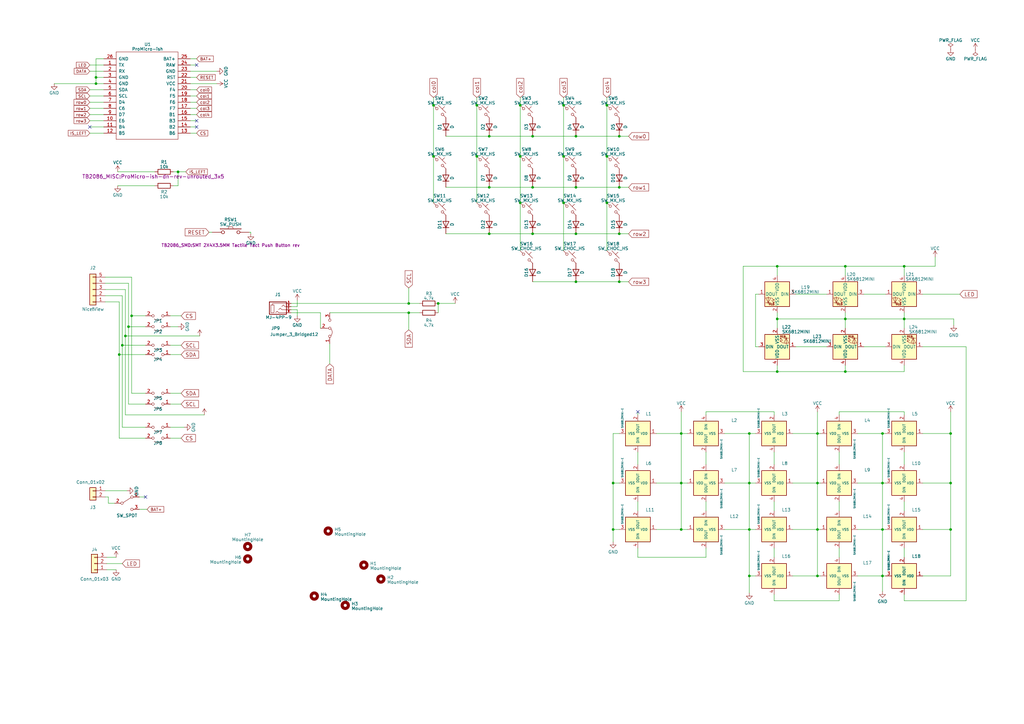
<source format=kicad_sch>
(kicad_sch (version 20230121) (generator eeschema)
  (paper "A3")
  (title_block (title "uniCorne Cherry") (date "2023-07-20") (rev "0.9") (company "Thunderbird2086"))
  (junction (at 218.44 55.88))
  (junction (at 236.22 76.835))
  (junction (at 50.165 141.605))
  (junction (at 361.95 236.22))
  (junction (at 248.92 83.185))
  (junction (at 177.8 64.135))
  (junction (at 361.95 177.8))
  (junction (at 167.64 124.46))
  (junction (at 251.46 198.12))
  (junction (at 236.22 115.57))
  (junction (at 318.77 152.4))
  (junction (at 195.58 43.18))
  (junction (at 389.89 217.17))
  (junction (at 389.89 198.12))
  (junction (at 370.84 130.81))
  (junction (at 200.66 76.835))
  (junction (at 318.77 109.22))
  (junction (at 389.89 177.8))
  (junction (at 251.46 217.17))
  (junction (at 236.22 95.885))
  (junction (at 213.36 83.185))
  (junction (at 335.28 198.12))
  (junction (at 335.28 217.17))
  (junction (at 48.895 145.415))
  (junction (at 318.77 130.81))
  (junction (at 307.34 177.8))
  (junction (at 213.36 64.135))
  (junction (at 195.58 64.135))
  (junction (at 218.44 76.835))
  (junction (at 177.8 43.18))
  (junction (at 200.66 95.885))
  (junction (at 200.66 55.88))
  (junction (at 361.95 217.17))
  (junction (at 179.705 124.46))
  (junction (at 167.64 128.27))
  (junction (at 307.34 198.12))
  (junction (at 370.84 109.22))
  (junction (at 307.34 236.22))
  (junction (at 231.14 64.135))
  (junction (at 236.22 55.88))
  (junction (at 51.435 137.795))
  (junction (at 346.71 152.4))
  (junction (at 52.705 133.985))
  (junction (at 254 76.835))
  (junction (at 279.4 198.12))
  (junction (at 231.14 43.18))
  (junction (at 231.14 83.185))
  (junction (at 335.28 177.8))
  (junction (at 346.71 109.22))
  (junction (at 213.36 43.18))
  (junction (at 361.95 198.12))
  (junction (at 39.37 31.75))
  (junction (at 53.975 129.54))
  (junction (at 73.025 70.485))
  (junction (at 346.71 130.81))
  (junction (at 248.92 43.18))
  (junction (at 254 115.57))
  (junction (at 307.34 217.17))
  (junction (at 254 55.88))
  (junction (at 335.28 236.22))
  (junction (at 254 95.885))
  (junction (at 218.44 95.885))
  (junction (at 279.4 177.8))
  (junction (at 39.37 34.29))
  (junction (at 248.92 64.135))
  (junction (at 279.4 217.17))
  (no_connect (at 36.83 52.07))
  (no_connect (at 80.645 26.67))
  (no_connect (at 261.62 168.91))
  (no_connect (at 59.69 203.835))
  (no_connect (at 80.645 49.53))
  (no_connect (at 80.645 52.07))
  (wire (pts (xy 36.83 54.61) (xy 42.545 54.61)))
  (wire (pts (xy 200.66 55.88) (xy 218.44 55.88)))
  (wire (pts (xy 167.64 128.27) (xy 167.64 135.255)))
  (wire (pts (xy 195.58 64.135) (xy 195.58 83.185)))
  (wire (pts (xy 269.24 198.12) (xy 279.4 198.12)))
  (wire (pts (xy 119.38 125.73) (xy 121.92 125.73)))
  (wire (pts (xy 344.17 168.91) (xy 370.84 168.91)))
  (wire (pts (xy 281.94 217.17) (xy 279.4 217.17)))
  (wire (pts (xy 36.83 44.45) (xy 42.545 44.45)))
  (wire (pts (xy 102.87 95.25) (xy 102.235 95.25)))
  (wire (pts (xy 279.4 177.8) (xy 279.4 198.12)))
  (wire (pts (xy 326.39 120.65) (xy 339.09 120.65)))
  (wire (pts (xy 51.435 137.795) (xy 51.435 170.18)))
  (wire (pts (xy 102.87 95.885) (xy 102.87 95.25)))
  (wire (pts (xy 119.38 124.46) (xy 167.64 124.46)))
  (wire (pts (xy 318.77 152.4) (xy 346.71 152.4)))
  (wire (pts (xy 261.62 228.6) (xy 289.56 228.6)))
  (wire (pts (xy 279.4 168.91) (xy 279.4 177.8)))
  (wire (pts (xy 78.105 34.29) (xy 88.9 34.29)))
  (wire (pts (xy 53.975 129.54) (xy 59.69 129.54)))
  (wire (pts (xy 59.69 141.605) (xy 50.165 141.605)))
  (wire (pts (xy 69.85 179.705) (xy 74.295 179.705)))
  (wire (pts (xy 269.24 217.17) (xy 279.4 217.17)))
  (wire (pts (xy 179.705 128.27) (xy 179.705 124.46)))
  (wire (pts (xy 248.92 43.18) (xy 248.92 64.135)))
  (wire (pts (xy 51.435 118.745) (xy 43.18 118.745)))
  (wire (pts (xy 304.8 109.22) (xy 304.8 152.4)))
  (wire (pts (xy 74.295 145.415) (xy 69.85 145.415)))
  (wire (pts (xy 59.69 145.415) (xy 48.895 145.415)))
  (wire (pts (xy 177.8 64.135) (xy 177.8 83.185)))
  (wire (pts (xy 391.16 130.81) (xy 370.84 130.81)))
  (wire (pts (xy 36.83 29.21) (xy 42.545 29.21)))
  (wire (pts (xy 231.14 64.135) (xy 231.14 83.185)))
  (wire (pts (xy 261.62 168.91) (xy 261.62 170.18)))
  (wire (pts (xy 346.71 130.81) (xy 370.84 130.81)))
  (wire (pts (xy 317.5 205.74) (xy 317.5 209.55)))
  (wire (pts (xy 361.95 236.22) (xy 363.22 236.22)))
  (wire (pts (xy 361.95 198.12) (xy 361.95 217.17)))
  (wire (pts (xy 131.445 128.27) (xy 131.445 134.62)))
  (wire (pts (xy 53.975 129.54) (xy 53.975 113.665)))
  (wire (pts (xy 370.84 243.84) (xy 370.84 246.38)))
  (wire (pts (xy 251.46 198.12) (xy 254 198.12)))
  (wire (pts (xy 318.77 130.81) (xy 318.77 128.27)))
  (wire (pts (xy 297.18 177.8) (xy 307.34 177.8)))
  (wire (pts (xy 51.435 118.745) (xy 51.435 137.795)))
  (wire (pts (xy 78.105 41.91) (xy 80.645 41.91)))
  (wire (pts (xy 48.895 179.705) (xy 59.69 179.705)))
  (wire (pts (xy 78.105 29.21) (xy 88.9 29.21)))
  (wire (pts (xy 351.79 177.8) (xy 361.95 177.8)))
  (wire (pts (xy 39.37 31.75) (xy 39.37 34.29)))
  (wire (pts (xy 289.56 185.42) (xy 289.56 190.5)))
  (wire (pts (xy 307.34 236.22) (xy 307.34 243.205)))
  (wire (pts (xy 378.46 120.65) (xy 393.7 120.65)))
  (wire (pts (xy 218.44 76.835) (xy 236.22 76.835)))
  (wire (pts (xy 279.4 177.8) (xy 281.94 177.8)))
  (wire (pts (xy 177.8 40.005) (xy 177.8 43.18)))
  (wire (pts (xy 36.83 41.91) (xy 42.545 41.91)))
  (wire (pts (xy 378.46 177.8) (xy 389.89 177.8)))
  (wire (pts (xy 78.105 39.37) (xy 80.645 39.37)))
  (wire (pts (xy 48.895 145.415) (xy 48.895 179.705)))
  (wire (pts (xy 251.46 177.8) (xy 254 177.8)))
  (wire (pts (xy 167.64 124.46) (xy 172.085 124.46)))
  (wire (pts (xy 318.77 152.4) (xy 318.77 149.86)))
  (wire (pts (xy 52.705 165.735) (xy 59.69 165.735)))
  (wire (pts (xy 52.705 116.205) (xy 43.18 116.205)))
  (wire (pts (xy 42.545 26.67) (xy 36.83 26.67)))
  (wire (pts (xy 336.55 217.17) (xy 335.28 217.17)))
  (wire (pts (xy 389.89 198.12) (xy 389.89 217.17)))
  (wire (pts (xy 43.18 201.295) (xy 52.07 201.295)))
  (wire (pts (xy 317.5 224.79) (xy 317.5 228.6)))
  (wire (pts (xy 279.4 198.12) (xy 281.94 198.12)))
  (wire (pts (xy 42.545 52.07) (xy 36.83 52.07)))
  (wire (pts (xy 218.44 115.57) (xy 236.22 115.57)))
  (wire (pts (xy 42.545 39.37) (xy 36.83 39.37)))
  (wire (pts (xy 53.975 161.29) (xy 53.975 129.54)))
  (wire (pts (xy 85.725 95.25) (xy 86.995 95.25)))
  (wire (pts (xy 257.81 55.88) (xy 254 55.88)))
  (wire (pts (xy 213.36 43.18) (xy 213.36 64.135)))
  (wire (pts (xy 52.705 133.985) (xy 59.69 133.985)))
  (wire (pts (xy 50.165 175.26) (xy 59.69 175.26)))
  (wire (pts (xy 318.77 109.22) (xy 318.77 113.03)))
  (wire (pts (xy 335.28 217.17) (xy 335.28 236.22)))
  (wire (pts (xy 309.88 120.65) (xy 311.15 120.65)))
  (wire (pts (xy 182.88 76.835) (xy 200.66 76.835)))
  (wire (pts (xy 307.34 198.12) (xy 309.88 198.12)))
  (wire (pts (xy 335.28 198.12) (xy 336.55 198.12)))
  (wire (pts (xy 257.81 115.57) (xy 254 115.57)))
  (wire (pts (xy 354.33 142.24) (xy 363.22 142.24)))
  (wire (pts (xy 39.37 24.13) (xy 39.37 31.75)))
  (wire (pts (xy 257.81 95.885) (xy 254 95.885)))
  (wire (pts (xy 370.84 190.5) (xy 370.84 185.42)))
  (wire (pts (xy 391.16 130.81) (xy 391.16 133.35)))
  (wire (pts (xy 251.46 217.17) (xy 254 217.17)))
  (wire (pts (xy 257.81 76.835) (xy 254 76.835)))
  (wire (pts (xy 231.14 40.005) (xy 231.14 43.18)))
  (wire (pts (xy 336.55 236.22) (xy 335.28 236.22)))
  (wire (pts (xy 53.975 161.29) (xy 59.69 161.29)))
  (wire (pts (xy 307.34 177.8) (xy 309.88 177.8)))
  (wire (pts (xy 73.025 70.485) (xy 76.2 70.485)))
  (wire (pts (xy 361.95 236.22) (xy 361.95 242.57)))
  (wire (pts (xy 213.36 40.005) (xy 213.36 43.18)))
  (wire (pts (xy 182.88 55.88) (xy 200.66 55.88)))
  (wire (pts (xy 354.33 120.65) (xy 363.22 120.65)))
  (wire (pts (xy 304.8 152.4) (xy 318.77 152.4)))
  (wire (pts (xy 370.84 109.22) (xy 383.54 109.22)))
  (wire (pts (xy 39.37 34.29) (xy 42.545 34.29)))
  (wire (pts (xy 78.105 36.83) (xy 80.645 36.83)))
  (wire (pts (xy 231.14 83.185) (xy 231.14 102.87)))
  (wire (pts (xy 43.815 228.6) (xy 47.625 228.6)))
  (wire (pts (xy 36.83 36.83) (xy 42.545 36.83)))
  (wire (pts (xy 344.17 168.91) (xy 344.17 170.18)))
  (wire (pts (xy 182.88 95.885) (xy 200.66 95.885)))
  (wire (pts (xy 261.62 228.6) (xy 261.62 224.79)))
  (wire (pts (xy 36.83 49.53) (xy 42.545 49.53)))
  (wire (pts (xy 325.12 217.17) (xy 335.28 217.17)))
  (wire (pts (xy 69.85 175.26) (xy 75.565 175.26)))
  (wire (pts (xy 195.58 40.005) (xy 195.58 43.18)))
  (wire (pts (xy 261.62 190.5) (xy 261.62 185.42)))
  (wire (pts (xy 370.84 130.81) (xy 370.84 134.62)))
  (wire (pts (xy 261.62 205.74) (xy 261.62 209.55)))
  (wire (pts (xy 289.56 228.6) (xy 289.56 224.79)))
  (wire (pts (xy 346.71 130.81) (xy 346.71 134.62)))
  (wire (pts (xy 251.46 177.8) (xy 251.46 198.12)))
  (wire (pts (xy 213.36 83.185) (xy 213.36 102.87)))
  (wire (pts (xy 74.295 161.29) (xy 69.85 161.29)))
  (wire (pts (xy 119.38 128.27) (xy 131.445 128.27)))
  (wire (pts (xy 346.71 152.4) (xy 346.71 149.86)))
  (wire (pts (xy 351.79 236.22) (xy 361.95 236.22)))
  (wire (pts (xy 231.14 43.18) (xy 231.14 64.135)))
  (wire (pts (xy 51.435 170.18) (xy 83.82 170.18)))
  (wire (pts (xy 318.77 109.22) (xy 346.71 109.22)))
  (wire (pts (xy 304.8 109.22) (xy 318.77 109.22)))
  (wire (pts (xy 42.545 24.13) (xy 39.37 24.13)))
  (wire (pts (xy 317.5 168.91) (xy 317.5 170.18)))
  (wire (pts (xy 289.56 168.91) (xy 289.56 170.18)))
  (wire (pts (xy 361.95 198.12) (xy 363.22 198.12)))
  (wire (pts (xy 309.88 142.24) (xy 311.15 142.24)))
  (wire (pts (xy 44.45 206.375) (xy 44.45 203.835)))
  (wire (pts (xy 53.975 113.665) (xy 43.18 113.665)))
  (wire (pts (xy 318.77 130.81) (xy 346.71 130.81)))
  (wire (pts (xy 370.84 149.86) (xy 370.84 152.4)))
  (wire (pts (xy 48.26 76.2) (xy 63.5 76.2)))
  (wire (pts (xy 135.255 140.97) (xy 135.255 149.225)))
  (wire (pts (xy 346.71 109.22) (xy 346.71 113.03)))
  (wire (pts (xy 44.45 206.375) (xy 46.99 206.375)))
  (wire (pts (xy 269.24 177.8) (xy 279.4 177.8)))
  (wire (pts (xy 248.92 64.135) (xy 248.92 83.185)))
  (wire (pts (xy 326.39 142.24) (xy 339.09 142.24)))
  (wire (pts (xy 200.66 95.885) (xy 218.44 95.885)))
  (wire (pts (xy 346.71 130.81) (xy 346.71 128.27)))
  (wire (pts (xy 251.46 217.17) (xy 251.46 222.25)))
  (wire (pts (xy 297.18 198.12) (xy 307.34 198.12)))
  (wire (pts (xy 297.18 217.17) (xy 307.34 217.17)))
  (wire (pts (xy 370.84 152.4) (xy 346.71 152.4)))
  (wire (pts (xy 335.28 198.12) (xy 335.28 217.17)))
  (wire (pts (xy 135.255 128.27) (xy 167.64 128.27)))
  (wire (pts (xy 396.24 246.38) (xy 370.84 246.38)))
  (wire (pts (xy 307.34 177.8) (xy 307.34 198.12)))
  (wire (pts (xy 74.295 141.605) (xy 69.85 141.605)))
  (wire (pts (xy 378.46 217.17) (xy 389.89 217.17)))
  (wire (pts (xy 370.84 128.27) (xy 370.84 130.81)))
  (wire (pts (xy 59.69 203.835) (xy 57.15 203.835)))
  (wire (pts (xy 44.45 203.835) (xy 43.18 203.835)))
  (wire (pts (xy 50.165 141.605) (xy 50.165 175.26)))
  (wire (pts (xy 383.54 105.41) (xy 383.54 109.22)))
  (wire (pts (xy 167.64 118.11) (xy 167.64 124.46)))
  (wire (pts (xy 69.85 129.54) (xy 74.295 129.54)))
  (wire (pts (xy 200.66 76.835) (xy 218.44 76.835)))
  (wire (pts (xy 318.77 130.81) (xy 318.77 134.62)))
  (wire (pts (xy 78.105 31.75) (xy 80.645 31.75)))
  (wire (pts (xy 236.22 76.835) (xy 254 76.835)))
  (wire (pts (xy 43.18 123.825) (xy 48.895 123.825)))
  (wire (pts (xy 325.12 177.8) (xy 335.28 177.8)))
  (wire (pts (xy 236.22 95.885) (xy 254 95.885)))
  (wire (pts (xy 289.56 168.91) (xy 317.5 168.91)))
  (wire (pts (xy 325.12 198.12) (xy 335.28 198.12)))
  (wire (pts (xy 236.22 55.88) (xy 254 55.88)))
  (wire (pts (xy 121.92 125.73) (xy 121.92 123.19)))
  (wire (pts (xy 78.105 46.99) (xy 80.645 46.99)))
  (wire (pts (xy 370.84 109.22) (xy 370.84 113.03)))
  (wire (pts (xy 74.295 165.735) (xy 69.85 165.735)))
  (wire (pts (xy 389.89 168.91) (xy 389.89 177.8)))
  (wire (pts (xy 186.69 124.46) (xy 179.705 124.46)))
  (wire (pts (xy 51.435 137.795) (xy 81.915 137.795)))
  (wire (pts (xy 69.85 133.985) (xy 73.025 133.985)))
  (wire (pts (xy 335.28 177.8) (xy 336.55 177.8)))
  (wire (pts (xy 309.88 120.65) (xy 309.88 142.24)))
  (wire (pts (xy 370.84 205.74) (xy 370.84 209.55)))
  (wire (pts (xy 325.12 236.22) (xy 335.28 236.22)))
  (wire (pts (xy 177.8 43.18) (xy 177.8 64.135)))
  (wire (pts (xy 248.92 40.005) (xy 248.92 43.18)))
  (wire (pts (xy 361.95 217.17) (xy 361.95 236.22)))
  (wire (pts (xy 317.5 246.38) (xy 344.17 246.38)))
  (wire (pts (xy 236.22 115.57) (xy 254 115.57)))
  (wire (pts (xy 351.79 217.17) (xy 361.95 217.17)))
  (wire (pts (xy 361.95 217.17) (xy 363.22 217.17)))
  (wire (pts (xy 307.34 236.22) (xy 309.88 236.22)))
  (wire (pts (xy 119.38 127) (xy 121.92 127)))
  (wire (pts (xy 43.18 121.285) (xy 50.165 121.285)))
  (wire (pts (xy 389.89 177.8) (xy 389.89 198.12)))
  (wire (pts (xy 361.95 177.8) (xy 361.95 198.12)))
  (wire (pts (xy 43.815 233.68) (xy 47.625 233.68)))
  (wire (pts (xy 335.28 168.91) (xy 335.28 177.8)))
  (wire (pts (xy 39.37 31.75) (xy 42.545 31.75)))
  (wire (pts (xy 344.17 224.79) (xy 344.17 228.6)))
  (wire (pts (xy 36.83 46.99) (xy 42.545 46.99)))
  (wire (pts (xy 50.165 121.285) (xy 50.165 141.605)))
  (wire (pts (xy 344.17 185.42) (xy 344.17 190.5)))
  (wire (pts (xy 195.58 43.18) (xy 195.58 64.135)))
  (wire (pts (xy 48.26 70.485) (xy 63.5 70.485)))
  (wire (pts (xy 361.95 177.8) (xy 363.22 177.8)))
  (wire (pts (xy 307.34 217.17) (xy 307.34 236.22)))
  (wire (pts (xy 370.84 224.79) (xy 370.84 228.6)))
  (wire (pts (xy 78.105 24.13) (xy 80.645 24.13)))
  (wire (pts (xy 71.12 76.2) (xy 73.025 76.2)))
  (wire (pts (xy 344.17 246.38) (xy 344.17 243.84)))
  (wire (pts (xy 43.815 231.14) (xy 50.165 231.14)))
  (wire (pts (xy 378.46 198.12) (xy 389.89 198.12)))
  (wire (pts (xy 52.705 165.735) (xy 52.705 133.985)))
  (wire (pts (xy 317.5 190.5) (xy 317.5 185.42)))
  (wire (pts (xy 57.15 208.915) (xy 60.325 208.915)))
  (wire (pts (xy 307.34 217.17) (xy 309.88 217.17)))
  (wire (pts (xy 78.105 49.53) (xy 80.645 49.53)))
  (wire (pts (xy 78.105 52.07) (xy 80.645 52.07)))
  (wire (pts (xy 307.34 198.12) (xy 307.34 217.17)))
  (wire (pts (xy 378.46 236.22) (xy 389.89 236.22)))
  (wire (pts (xy 71.12 70.485) (xy 73.025 70.485)))
  (wire (pts (xy 351.79 198.12) (xy 361.95 198.12)))
  (wire (pts (xy 251.46 198.12) (xy 251.46 217.17)))
  (wire (pts (xy 73.025 70.485) (xy 73.025 76.2)))
  (wire (pts (xy 218.44 55.88) (xy 236.22 55.88)))
  (wire (pts (xy 279.4 198.12) (xy 279.4 217.17)))
  (wire (pts (xy 78.105 54.61) (xy 80.645 54.61)))
  (wire (pts (xy 389.89 217.17) (xy 389.89 236.22)))
  (wire (pts (xy 78.105 44.45) (xy 80.645 44.45)))
  (wire (pts (xy 370.84 168.91) (xy 370.84 170.18)))
  (wire (pts (xy 317.5 246.38) (xy 317.5 243.84)))
  (wire (pts (xy 121.92 127) (xy 121.92 129.54)))
  (wire (pts (xy 396.24 142.24) (xy 378.46 142.24)))
  (wire (pts (xy 344.17 205.74) (xy 344.17 209.55)))
  (wire (pts (xy 22.225 34.29) (xy 39.37 34.29)))
  (wire (pts (xy 48.895 123.825) (xy 48.895 145.415)))
  (wire (pts (xy 52.705 133.985) (xy 52.705 116.205)))
  (wire (pts (xy 396.24 246.38) (xy 396.24 142.24)))
  (wire (pts (xy 167.64 128.27) (xy 172.085 128.27)))
  (wire (pts (xy 346.71 109.22) (xy 370.84 109.22)))
  (wire (pts (xy 218.44 95.885) (xy 236.22 95.885)))
  (wire (pts (xy 248.92 83.185) (xy 248.92 102.87)))
  (wire (pts (xy 78.105 26.67) (xy 80.645 26.67)))
  (wire (pts (xy 289.56 205.74) (xy 289.56 209.55)))
  (wire (pts (xy 213.36 64.135) (xy 213.36 83.185)))
  (wire (pts (xy 335.28 177.8) (xy 335.28 198.12)))
  (global_label "col0" (shape input) (at 177.8 40.005 90) (effects (font (size 1.524 1.524))) (property "Intersheetrefs" "${INTERSHEET_REFS}" (effects hide)))
  (global_label "col4" (shape input) (at 248.92 40.005 90) (effects (font (size 1.524 1.524))) (property "Intersheetrefs" "${INTERSHEET_REFS}" (effects hide)))
  (global_label "RESET" (shape input) (at 85.725 95.25 180) (effects (font (size 1.524 1.524))) (property "Intersheetrefs" "${INTERSHEET_REFS}" (effects hide)))
  (global_label "SDA" (shape input) (at 167.64 135.255 270) (effects (font (size 1.524 1.524))) (property "Intersheetrefs" "${INTERSHEET_REFS}" (effects hide)))
  (global_label "CS" (shape input) (at 80.645 54.61 0) (effects (font (size 1.1938 1.1938))) (property "Intersheetrefs" "${INTERSHEET_REFS}" (effects hide)))
  (global_label "col1" (shape input) (at 195.58 40.005 90) (effects (font (size 1.524 1.524))) (property "Intersheetrefs" "${INTERSHEET_REFS}" (effects hide)))
  (global_label "SCL" (shape input) (at 36.83 39.37 180) (effects (font (size 1.1938 1.1938))) (property "Intersheetrefs" "${INTERSHEET_REFS}" (effects hide)))
  (global_label "row1" (shape input) (at 36.83 44.45 180) (effects (font (size 1.1938 1.1938))) (property "Intersheetrefs" "${INTERSHEET_REFS}" (effects hide)))
  (global_label "row1" (shape input) (at 257.81 76.835 0) (effects (font (size 1.524 1.524))) (property "Intersheetrefs" "${INTERSHEET_REFS}" (effects hide)))
  (global_label "row2" (shape input) (at 257.81 95.885 0) (effects (font (size 1.524 1.524))) (property "Intersheetrefs" "${INTERSHEET_REFS}" (effects hide)))
  (global_label "IS_LEFT" (shape input) (at 76.2 70.485 0) (effects (font (size 1.1938 1.1938))) (property "Intersheetrefs" "${INTERSHEET_REFS}" (effects hide)))
  (global_label "SCL" (shape input) (at 74.295 165.735 0) (effects (font (size 1.524 1.524))) (property "Intersheetrefs" "${INTERSHEET_REFS}" (effects hide)))
  (global_label "LED" (shape input) (at 393.7 120.65 0) (effects (font (size 1.524 1.524))) (property "Intersheetrefs" "${INTERSHEET_REFS}" (effects hide)))
  (global_label "col2" (shape input) (at 213.36 40.005 90) (effects (font (size 1.524 1.524))) (property "Intersheetrefs" "${INTERSHEET_REFS}" (effects hide)))
  (global_label "LED" (shape input) (at 36.83 26.67 180) (effects (font (size 1.1938 1.1938))) (property "Intersheetrefs" "${INTERSHEET_REFS}" (effects hide)))
  (global_label "BAT+" (shape input) (at 80.645 24.13 0) (effects (font (size 1.1938 1.1938))) (property "Intersheetrefs" "${INTERSHEET_REFS}" (effects hide)))
  (global_label "row3" (shape input) (at 257.81 115.57 0) (effects (font (size 1.524 1.524))) (property "Intersheetrefs" "${INTERSHEET_REFS}" (effects hide)))
  (global_label "LED" (shape input) (at 50.165 231.14 0) (effects (font (size 1.524 1.524))) (property "Intersheetrefs" "${INTERSHEET_REFS}" (effects hide)))
  (global_label "col4" (shape input) (at 80.645 46.99 0) (effects (font (size 1.1938 1.1938))) (property "Intersheetrefs" "${INTERSHEET_REFS}" (effects hide)))
  (global_label "col0" (shape input) (at 80.645 36.83 0) (effects (font (size 1.1938 1.1938))) (property "Intersheetrefs" "${INTERSHEET_REFS}" (effects hide)))
  (global_label "SDA" (shape input) (at 74.295 161.29 0) (effects (font (size 1.524 1.524))) (property "Intersheetrefs" "${INTERSHEET_REFS}" (effects hide)))
  (global_label "BAT+" (shape input) (at 60.325 208.915 0) (effects (font (size 1.1938 1.1938))) (property "Intersheetrefs" "${INTERSHEET_REFS}" (effects hide)))
  (global_label "IS_LEFT" (shape input) (at 36.83 54.61 180) (effects (font (size 1.1938 1.1938))) (property "Intersheetrefs" "${INTERSHEET_REFS}" (effects hide)))
  (global_label "RESET" (shape input) (at 80.645 31.75 0) (effects (font (size 1.1938 1.1938))) (property "Intersheetrefs" "${INTERSHEET_REFS}" (effects hide)))
  (global_label "row3" (shape input) (at 36.83 49.53 180) (effects (font (size 1.1938 1.1938))) (property "Intersheetrefs" "${INTERSHEET_REFS}" (effects hide)))
  (global_label "col3" (shape input) (at 231.14 40.005 90) (effects (font (size 1.524 1.524))) (property "Intersheetrefs" "${INTERSHEET_REFS}" (effects hide)))
  (global_label "col3" (shape input) (at 80.645 44.45 0) (effects (font (size 1.1938 1.1938))) (property "Intersheetrefs" "${INTERSHEET_REFS}" (effects hide)))
  (global_label "SCL" (shape input) (at 74.295 141.605 0) (effects (font (size 1.524 1.524))) (property "Intersheetrefs" "${INTERSHEET_REFS}" (effects hide)))
  (global_label "row0" (shape input) (at 257.81 55.88 0) (effects (font (size 1.524 1.524))) (property "Intersheetrefs" "${INTERSHEET_REFS}" (effects hide)))
  (global_label "DATA" (shape input) (at 135.255 149.225 270) (effects (font (size 1.524 1.524))) (property "Intersheetrefs" "${INTERSHEET_REFS}" (effects hide)))
  (global_label "SDA" (shape input) (at 36.83 36.83 180) (effects (font (size 1.1938 1.1938))) (property "Intersheetrefs" "${INTERSHEET_REFS}" (effects hide)))
  (global_label "col1" (shape input) (at 80.645 39.37 0) (effects (font (size 1.1938 1.1938))) (property "Intersheetrefs" "${INTERSHEET_REFS}" (effects hide)))
  (global_label "CS" (shape input) (at 74.295 179.705 0) (effects (font (size 1.524 1.524))) (property "Intersheetrefs" "${INTERSHEET_REFS}" (effects hide)))
  (global_label "SDA" (shape input) (at 74.295 145.415 0) (effects (font (size 1.524 1.524))) (property "Intersheetrefs" "${INTERSHEET_REFS}" (effects hide)))
  (global_label "DATA" (shape input) (at 36.83 29.21 180) (effects (font (size 1.1938 1.1938))) (property "Intersheetrefs" "${INTERSHEET_REFS}" (effects hide)))
  (global_label "SCL" (shape input) (at 167.64 118.11 90) (effects (font (size 1.524 1.524))) (property "Intersheetrefs" "${INTERSHEET_REFS}" (effects hide)))
  (global_label "col2" (shape input) (at 80.645 41.91 0) (effects (font (size 1.1938 1.1938))) (property "Intersheetrefs" "${INTERSHEET_REFS}" (effects hide)))
  (global_label "row2" (shape input) (at 36.83 46.99 180) (effects (font (size 1.1938 1.1938))) (property "Intersheetrefs" "${INTERSHEET_REFS}" (effects hide)))
  (global_label "CS" (shape input) (at 74.295 129.54 0) (effects (font (size 1.524 1.524))) (property "Intersheetrefs" "${INTERSHEET_REFS}" (effects hide)))
  (global_label "row0" (shape input) (at 36.83 41.91 180) (effects (font (size 1.1938 1.1938))) (property "Intersheetrefs" "${INTERSHEET_REFS}" (effects hide)))
  (symbol (lib_id "Device:D") (at 218.44 111.76 90) (unit 1)
    (property "Reference" "D16" (at 215.9 111.76 0))
    (property "Value" "D" (at 220.98 111.76 0))
    (property "Footprint" "TB2086_SMD:D3_SMD_rev" (effects hide))
    (property "Sim.Device" "D" (effects hide))
    (property "Sim.Pins" "1=K 2=A" (effects hide))
  )
  (symbol (lib_id "Jumper:Jumper_2_Open") (at 64.77 165.735 180) (unit 1)
    (property "Reference" "JP6" (at 64.77 167.767 0))
    (property "Value" " " (at 64.516 164.211 0))
    (property "Footprint" "TB2086_MISC:SolderJumper-2_P1.3mm_Open_TrianglePad1.0x1.5mm" (effects hide))
  )
  (symbol (lib_id "TB2086_KEYSWITCH:SW_MX_HS") (at 198.12 85.725 0) (unit 1)
    (property "Reference" "SW12" (at 198.12 80.3021 0))
    (property "Value" "SW_MX_HS" (at 198.12 82.2231 0))
    (property "Footprint" "TB2086_KEYSWITCH:SW_MX_HS_1u_reversible" (effects hide))
  )
  (symbol (lib_id "TB2086_LED:SK6812MINI-E") (at 370.84 236.22 270) (mirror x) (unit 1)
    (property "Reference" "L18" (at 373.9897 228.1301 90) (effects (justify left)))
    (property "Value" "SK6812MINI-E" (at 364.49 229.87 0) (effects (font (size 0.7366 0.7366))))
    (property "Footprint" "TB2086_LED:LED_SK6812MINI-E_rev" (effects hide))
    (property "Datasheet" "https://cdn-shop.adafruit.com/product-files/2686/SK6812MINI_REV.01-1-2.pdf" (effects hide))
  )
  (symbol (lib_id "Mechanical:MountingHole") (at 141.605 248.285 0) (unit 1)
    (property "Reference" "H3" (at 144.145 247.6413 0) (effects (justify left)))
    (property "Value" "MountingHole" (at 144.145 249.5623 0) (effects (justify left)))
    (property "Footprint" "TB2086_MISC:M2_Hole_TH_Outside" (effects hide))
  )
  (symbol (lib_id "Switch:SW_SPDT") (at 52.07 206.375 0) (unit 1)
    (property "Reference" "PSW1" (effects hide))
    (property "Value" "SW_SPDT" (at 52.07 211.455 0))
    (property "Footprint" "TB2086_SMD:SW_SPDT_PCM12_reversible" (effects hide))
  )
  (symbol (lib_id "Device:D") (at 182.88 52.07 90) (unit 1)
    (property "Reference" "D1" (at 180.34 52.07 0))
    (property "Value" "D" (at 185.42 52.07 0))
    (property "Footprint" "TB2086_SMD:D3_SMD_rev" (effects hide))
    (property "Sim.Device" "D" (effects hide))
    (property "Sim.Pins" "1=K 2=A" (effects hide))
  )
  (symbol (lib_id "TB2086_KEYSWITCH:SW_CHOC_HS") (at 215.9 105.41 0) (unit 1)
    (property "Reference" "SW16" (at 215.9 99.9871 0))
    (property "Value" "SW_CHOC_HS" (at 215.9 101.9081 0))
    (property "Footprint" "TB2086_KEYSWITCH:SW_choc_v1_v2_HS_1u_reversible" (effects hide))
  )
  (symbol (lib_id "Device:D") (at 200.66 92.075 90) (unit 1)
    (property "Reference" "D12" (at 198.12 92.075 0))
    (property "Value" "D" (at 203.2 92.075 0))
    (property "Footprint" "TB2086_SMD:D3_SMD_rev" (effects hide))
    (property "Sim.Device" "D" (effects hide))
    (property "Sim.Pins" "1=K 2=A" (effects hide))
  )
  (symbol (lib_id "power:VCC") (at 186.69 124.46 0) (unit 1)
    (property "Reference" "#PWR09" (effects hide))
    (property "Value" "VCC" (at 186.69 120.65 0))
  )
  (symbol (lib_id "Device:R") (at 175.895 128.27 270) (unit 1)
    (property "Reference" "R4" (at 175.895 131.445 90))
    (property "Value" "4.7k" (at 175.895 133.366 90))
    (property "Footprint" "TB2086_SMD:R_0805_2012Metric_Pad1.20x1.40mm_HandSolder_rev" (effects hide))
  )
  (symbol (lib_id "power:VCC") (at 81.915 137.795 0) (unit 1)
    (property "Reference" "#PWR04" (effects hide))
    (property "Value" "VCC" (effects hide))
  )
  (symbol (lib_id "Device:D") (at 218.44 92.075 90) (unit 1)
    (property "Reference" "D13" (at 215.9 92.075 0))
    (property "Value" "D" (at 220.98 92.075 0))
    (property "Footprint" "TB2086_SMD:D3_SMD_rev" (effects hide))
    (property "Sim.Device" "D" (effects hide))
    (property "Sim.Pins" "1=K 2=A" (effects hide))
  )
  (symbol (lib_id "power:GND") (at 75.565 175.26 90) (unit 1)
    (property "Reference" "#PWR02" (effects hide))
    (property "Value" "GND" (at 79.375 175.26 0))
  )
  (symbol (lib_id "TB2086_LED:SK6812MINI-E") (at 317.5 198.12 270) (mirror x) (unit 1)
    (property "Reference" "L8" (at 320.6497 190.0301 90) (effects (justify left)))
    (property "Value" "SK6812MINI-E" (at 311.15 191.77 0) (effects (font (size 0.7366 0.7366))))
    (property "Footprint" "TB2086_LED:LED_SK6812MINI-E_rev" (effects hide))
    (property "Datasheet" "https://cdn-shop.adafruit.com/product-files/2686/SK6812MINI_REV.01-1-2.pdf" (effects hide))
  )
  (symbol (lib_id "power:VCC") (at 389.89 168.91 0) (unit 1)
    (property "Reference" "#PWR0104" (effects hide))
    (property "Value" "VCC" (at 389.89 165.4081 0))
  )
  (symbol (lib_id "power:VCC") (at 47.625 228.6 0) (unit 1)
    (property "Reference" "#PWR0116" (effects hide))
    (property "Value" "VCC" (at 47.625 224.79 0))
  )
  (symbol (lib_id "Jumper:Jumper_2_Open") (at 64.77 145.415 180) (unit 1)
    (property "Reference" "JP4" (at 64.77 147.447 0))
    (property "Value" " " (at 64.516 143.891 0))
    (property "Footprint" "TB2086_MISC:SolderJumper-2_P1.3mm_Open_TrianglePad1.0x1.5mm" (effects hide))
  )
  (symbol (lib_id "TB2086_KEYSWITCH:SW_MX_HS") (at 233.68 45.72 0) (unit 1)
    (property "Reference" "SW4" (at 233.68 40.2971 0))
    (property "Value" "SW_MX_HS" (at 233.68 42.2181 0))
    (property "Footprint" "TB2086_KEYSWITCH:SW_MX_HS_1u_reversible" (effects hide))
  )
  (symbol (lib_id "Jumper:Jumper_2_Open") (at 64.77 133.985 180) (unit 1)
    (property "Reference" "JP2" (at 64.77 136.017 0))
    (property "Value" " " (at 64.516 132.461 0))
    (property "Footprint" "TB2086_MISC:SolderJumper-2_P1.3mm_Open_TrianglePad1.0x1.5mm" (effects hide))
  )
  (symbol (lib_id "TB2086_LED:SK6812MINI") (at 370.84 142.24 0) (mirror x) (unit 1)
    (property "Reference" "L24" (at 372.7959 134.1501 0) (effects (justify left)))
    (property "Value" "SK6812MINI" (at 372.7959 136.0711 0) (effects (justify left)))
    (property "Footprint" "TB2086_LED:LED_SK6812MINI_PLCC4_3.5x3.5mm_P1.75mm_rev_all" (effects hide))
    (property "Datasheet" "https://cdn-shop.adafruit.com/product-files/2686/SK6812MINI_REV.01-1-2.pdf" (effects hide))
  )
  (symbol (lib_id "TB2086_SMD:SMT 2X4X3.5MM Tactile Tact Push Button") (at 94.615 95.25 0) (mirror y) (unit 1)
    (property "Reference" "RSW1" (at 94.615 90.0811 0))
    (property "Value" "SW_PUSH" (at 94.615 92.0021 0))
    (property "Footprint" "TB2086_SMD:SMT 2X4X3.5MM Tactile Tact Push Button rev" (at 94.5896 100.584 0))
  )
  (symbol (lib_id "TB2086_LED:SK6812MINI-E") (at 344.17 217.17 90) (mirror x) (unit 1)
    (property "Reference" "L14" (at 355.738 211.7723 90))
    (property "Value" "SK6812MINI-E" (at 350.52 223.52 0) (effects (font (size 0.7366 0.7366))))
    (property "Footprint" "TB2086_LED:LED_SK6812MINI-E_rev" (effects hide))
    (property "Datasheet" "https://cdn-shop.adafruit.com/product-files/2686/SK6812MINI_REV.01-1-2.pdf" (effects hide))
  )
  (symbol (lib_id "power:PWR_FLAG") (at 400.05 20.32 180) (unit 1)
    (property "Reference" "#FLG0101" (effects hide))
    (property "Value" "PWR_FLAG" (at 400.05 24.13 0))
  )
  (symbol (lib_id "power:GND") (at 52.07 201.295 90) (unit 1)
    (property "Reference" "#PWR0118" (effects hide))
    (property "Value" "GND" (at 56.007 201.422 0))
  )
  (symbol (lib_id "TB2086_MISC:ProMicro-ish") (at 60.325 45.72 0) (unit 1)
    (property "Reference" "U1" (at 60.5282 18.1958 0))
    (property "Value" "ProMicro-ish" (at 60.5282 20.1168 0))
    (property "Footprint" "TB2086_MISC:ProMicro-ish-dn-rev-unrouted_3x5" (at 62.865 72.39 0) (effects (font (size 1.524 1.524))))
  )
  (symbol (lib_id "TB2086_KEYSWITCH:SW_MX_HS") (at 251.46 85.725 0) (unit 1)
    (property "Reference" "SW15" (at 251.46 80.3021 0))
    (property "Value" "SW_MX_HS" (at 251.46 82.2231 0))
    (property "Footprint" "TB2086_KEYSWITCH:SW_MX_HS_1u_reversible" (effects hide))
  )
  (symbol (lib_id "Device:R") (at 67.31 76.2 90) (unit 1)
    (property "Reference" "R2" (at 67.31 78.724 90))
    (property "Value" "10k" (at 67.31 80.645 90))
    (property "Footprint" "Resistor_SMD:R_0805_2012Metric_Pad1.20x1.40mm_HandSolder" (effects hide))
  )
  (symbol (lib_id "power:GND") (at 251.46 222.25 0) (unit 1)
    (property "Reference" "#PWR0101" (effects hide))
    (property "Value" "GND" (at 251.46 226.3855 0))
  )
  (symbol (lib_id "TB2086_LED:SK6812MINI") (at 318.77 120.65 0) (mirror y) (unit 1)
    (property "Reference" "L19" (at 330.338 117.8179 0))
    (property "Value" "SK6812MINI" (at 330.338 119.7389 0))
    (property "Footprint" "TB2086_LED:LED_SK6812MINI_PLCC4_3.5x3.5mm_P1.75mm_rev_all" (effects hide))
    (property "Datasheet" "https://cdn-shop.adafruit.com/product-files/2686/SK6812MINI_REV.01-1-2.pdf" (effects hide))
  )
  (symbol (lib_id "TB2086_LED:SK6812MINI") (at 346.71 120.65 0) (mirror y) (unit 1)
    (property "Reference" "L20" (at 347.2941 112.5601 0) (effects (justify right)))
    (property "Value" "SK6812MINI" (at 347.2941 114.4811 0) (effects (justify right)))
    (property "Footprint" "TB2086_LED:LED_SK6812MINI_PLCC4_3.5x3.5mm_P1.75mm_rev_all" (effects hide))
    (property "Datasheet" "https://cdn-shop.adafruit.com/product-files/2686/SK6812MINI_REV.01-1-2.pdf" (effects hide))
  )
  (symbol (lib_id "Device:R") (at 67.31 70.485 90) (unit 1)
    (property "Reference" "R1" (at 67.31 66.4591 90))
    (property "Value" "10k" (at 67.31 68.3801 90))
    (property "Footprint" "Resistor_SMD:R_0805_2012Metric_Pad1.20x1.40mm_HandSolder" (effects hide))
  )
  (symbol (lib_id "Device:R") (at 175.895 124.46 90) (unit 1)
    (property "Reference" "R3" (at 175.895 120.4341 90))
    (property "Value" "4.7k" (at 175.895 122.3551 90))
    (property "Footprint" "TB2086_SMD:R_0805_2012Metric_Pad1.20x1.40mm_HandSolder_rev" (effects hide))
  )
  (symbol (lib_id "TB2086_LED:SK6812MINI-E") (at 344.17 177.8 90) (mirror x) (unit 1)
    (property "Reference" "L4" (at 355.738 172.4023 90))
    (property "Value" "SK6812MINI-E" (at 350.52 184.15 0) (effects (font (size 0.7366 0.7366))))
    (property "Footprint" "TB2086_LED:LED_SK6812MINI-E_rev" (effects hide))
    (property "Datasheet" "https://cdn-shop.adafruit.com/product-files/2686/SK6812MINI_REV.01-1-2.pdf" (effects hide))
  )
  (symbol (lib_id "power:VCC") (at 83.82 170.18 0) (unit 1)
    (property "Reference" "#PWR03" (effects hide))
    (property "Value" "VCC" (effects hide))
  )
  (symbol (lib_id "power:PWR_FLAG") (at 389.89 20.32 0) (unit 1)
    (property "Reference" "#FLG0102" (effects hide))
    (property "Value" "PWR_FLAG" (at 389.89 16.51 0))
  )
  (symbol (lib_id "Mechanical:MountingHole") (at 128.905 244.475 0) (unit 1)
    (property "Reference" "H4" (at 131.445 243.8313 0) (effects (justify left)))
    (property "Value" "MountingHole" (at 131.445 245.7523 0) (effects (justify left)))
    (property "Footprint" "TB2086_MISC:M2_Hole_TH_Outside" (effects hide))
  )
  (symbol (lib_id "TB2086_LED:SK6812MINI-E") (at 261.62 217.17 270) (mirror x) (unit 1)
    (property "Reference" "L11" (at 264.7697 209.0801 90) (effects (justify left)))
    (property "Value" "SK6812MINI-E" (at 255.27 210.82 0) (effects (font (size 0.7366 0.7366))))
    (property "Footprint" "TB2086_LED:LED_SK6812MINI-E_rev" (effects hide))
    (property "Datasheet" "https://cdn-shop.adafruit.com/product-files/2686/SK6812MINI_REV.01-1-2.pdf" (effects hide))
  )
  (symbol (lib_id "power:GND") (at 48.26 76.2 0) (unit 1)
    (property "Reference" "#PWR06" (effects hide))
    (property "Value" "GND" (at 48.26 80.01 0))
  )
  (symbol (lib_id "Device:D") (at 200.66 52.07 90) (unit 1)
    (property "Reference" "D2" (at 198.12 52.07 0))
    (property "Value" "D" (at 203.2 52.07 0))
    (property "Footprint" "TB2086_SMD:D3_SMD_rev" (effects hide))
    (property "Sim.Device" "D" (effects hide))
    (property "Sim.Pins" "1=K 2=A" (effects hide))
  )
  (symbol (lib_id "TB2086_KEYSWITCH:SW_CHOC_HS") (at 233.68 105.41 0) (unit 1)
    (property "Reference" "SW17" (at 233.68 99.9871 0))
    (property "Value" "SW_CHOC_HS" (at 233.68 101.9081 0))
    (property "Footprint" "TB2086_KEYSWITCH:SW_choc_v1_v2_HS_1u_reversible" (effects hide))
  )
  (symbol (lib_id "TB2086_LED:SK6812MINI") (at 346.71 142.24 0) (mirror x) (unit 1)
    (property "Reference" "L23" (at 335.142 138.0361 0))
    (property "Value" "SK6812MINI" (at 335.142 139.9571 0))
    (property "Footprint" "TB2086_LED:LED_SK6812MINI_PLCC4_3.5x3.5mm_P1.75mm_rev_all" (effects hide))
    (property "Datasheet" "https://cdn-shop.adafruit.com/product-files/2686/SK6812MINI_REV.01-1-2.pdf" (effects hide))
  )
  (symbol (lib_id "Jumper:Jumper_2_Open") (at 64.77 175.26 180) (unit 1)
    (property "Reference" "JP7" (at 64.77 177.292 0))
    (property "Value" " " (at 64.516 173.736 0))
    (property "Footprint" "TB2086_MISC:SolderJumper-2_P1.3mm_Open_TrianglePad1.0x1.5mm" (effects hide))
  )
  (symbol (lib_id "TB2086_KEYSWITCH:SW_MX_HS") (at 198.12 66.675 0) (unit 1)
    (property "Reference" "SW7" (at 198.12 61.2521 0))
    (property "Value" "SW_MX_HS" (at 198.12 63.1731 0))
    (property "Footprint" "TB2086_KEYSWITCH:SW_MX_HS_1u_reversible" (effects hide))
  )
  (symbol (lib_id "Device:D") (at 182.88 92.075 90) (unit 1)
    (property "Reference" "D11" (at 180.34 92.075 0))
    (property "Value" "D" (at 185.42 92.075 0))
    (property "Footprint" "TB2086_SMD:D3_SMD_rev" (effects hide))
    (property "Sim.Device" "D" (effects hide))
    (property "Sim.Pins" "1=K 2=A" (effects hide))
  )
  (symbol (lib_id "power:GND") (at 22.225 34.29 0) (unit 1)
    (property "Reference" "#PWR0121" (effects hide))
    (property "Value" "GND" (at 22.225 38.1 0))
  )
  (symbol (lib_id "power:GND") (at 47.625 233.68 0) (unit 1)
    (property "Reference" "#PWR0115" (effects hide))
    (property "Value" "GND" (at 47.625 237.49 0))
  )
  (symbol (lib_id "TB2086_MISC:MJ-4PP-9") (at 114.3 126.365 0) (unit 1)
    (property "Reference" "J1" (at 113.9825 120.7897 0))
    (property "Value" "MJ-4PP-9" (at 114.3 130.175 0))
    (property "Footprint" "TB2086_MISC:TRRS-PJ-320A-rev" (effects hide))
  )
  (symbol (lib_id "power:VCC") (at 88.9 34.29 270) (unit 1)
    (property "Reference" "#PWR0111" (effects hide))
    (property "Value" "VCC" (at 92.71 34.29 0))
  )
  (symbol (lib_id "TB2086_LED:SK6812MINI-E") (at 317.5 236.22 270) (mirror x) (unit 1)
    (property "Reference" "L16" (at 320.6497 228.1301 90) (effects (justify left)))
    (property "Value" "SK6812MINI-E" (at 311.15 229.87 0) (effects (font (size 0.7366 0.7366))))
    (property "Footprint" "TB2086_LED:LED_SK6812MINI-E_rev" (effects hide))
    (property "Datasheet" "https://cdn-shop.adafruit.com/product-files/2686/SK6812MINI_REV.01-1-2.pdf" (effects hide))
  )
  (symbol (lib_id "Jumper:Jumper_3_Bridged12") (at 135.255 134.62 270) (mirror x) (unit 1)
    (property "Reference" "JP9" (at 113.03 134.62 90))
    (property "Value" "Jumper_3_Bridged12" (at 120.65 137.16 90))
    (property "Footprint" "TB2086_MISC:SolderJumper-3_P1.3mm_Bridged2Bar12_RoundedPad1.0x1.5mm_rev" (effects hide))
  )
  (symbol (lib_id "Device:D") (at 200.66 73.025 90) (unit 1)
    (property "Reference" "D7" (at 198.12 73.025 0))
    (property "Value" "D" (at 203.2 73.025 0))
    (property "Footprint" "TB2086_SMD:D3_SMD_rev" (effects hide))
    (property "Sim.Device" "D" (effects hide))
    (property "Sim.Pins" "1=K 2=A" (effects hide))
  )
  (symbol (lib_id "TB2086_KEYSWITCH:SW_MX_HS") (at 180.34 45.72 0) (unit 1)
    (property "Reference" "SW1" (at 180.34 40.2971 0))
    (property "Value" "SW_MX_HS" (at 180.34 42.2181 0))
    (property "Footprint" "TB2086_KEYSWITCH:SW_MX_HS_1u_reversible" (effects hide))
  )
  (symbol (lib_id "power:GND") (at 102.87 95.885 0) (unit 1)
    (property "Reference" "#PWR0122" (effects hide))
    (property "Value" "GND" (at 102.87 99.695 0))
  )
  (symbol (lib_id "power:VCC") (at 335.28 168.91 0) (unit 1)
    (property "Reference" "#PWR0110" (effects hide))
    (property "Value" "VCC" (at 335.28 165.4081 0))
  )
  (symbol (lib_id "Device:D") (at 254 111.76 90) (unit 1)
    (property "Reference" "D18" (at 251.46 111.76 0))
    (property "Value" "D" (at 256.54 111.76 0))
    (property "Footprint" "TB2086_SMD:D3_SMD_rev" (effects hide))
    (property "Sim.Device" "D" (effects hide))
    (property "Sim.Pins" "1=K 2=A" (effects hide))
  )
  (symbol (lib_id "power:GND") (at 391.16 133.35 0) (unit 1)
    (property "Reference" "#PWR0106" (effects hide))
    (property "Value" "GND" (at 391.16 137.4855 0))
  )
  (symbol (lib_id "Connector_Generic:Conn_01x02") (at 38.1 201.295 0) (mirror y) (unit 1)
    (property "Reference" "J3" (at 38.1 208.1149 0))
    (property "Value" "Conn_01x02" (at 37.1094 197.7644 0))
    (property "Footprint" "KBD_PARTS:Molex_Pico-EZmate_78171-0002_1x02-1MP_P1.20mm_Vertical_rev" (effects hide))
  )
  (symbol (lib_id "power:GND") (at 361.95 242.57 0) (unit 1)
    (property "Reference" "#PWR0103" (effects hide))
    (property "Value" "GND" (at 361.95 246.7055 0))
  )
  (symbol (lib_id "Mechanical:MountingHole") (at 149.225 231.775 0) (unit 1)
    (property "Reference" "H1" (at 151.765 231.1313 0) (effects (justify left)))
    (property "Value" "MountingHole" (at 151.765 233.0523 0) (effects (justify left)))
    (property "Footprint" "TB2086_MISC:M2_Hole_TH" (effects hide))
  )
  (symbol (lib_id "TB2086_LED:SK6812MINI-E") (at 317.5 177.8 270) (mirror x) (unit 1)
    (property "Reference" "L3" (at 320.6497 169.7101 90) (effects (justify left)))
    (property "Value" "SK6812MINI-E" (at 311.15 171.45 0) (effects (font (size 0.7366 0.7366))))
    (property "Footprint" "TB2086_LED:LED_SK6812MINI-E_rev" (effects hide))
    (property "Datasheet" "https://cdn-shop.adafruit.com/product-files/2686/SK6812MINI_REV.01-1-2.pdf" (effects hide))
  )
  (symbol (lib_id "Mechanical:MountingHole") (at 101.6 229.235 0) (unit 1)
    (property "Reference" "H6" (at 99.06 228.5913 0) (effects (justify right)))
    (property "Value" "MountingHole" (at 99.06 230.5123 0) (effects (justify right)))
    (property "Footprint" "TB2086_MISC:M2_Hole_TH_Outside" (effects hide))
  )
  (symbol (lib_id "Device:D") (at 236.22 111.76 90) (unit 1)
    (property "Reference" "D17" (at 233.68 111.76 0))
    (property "Value" "D" (at 238.76 111.76 0))
    (property "Footprint" "TB2086_SMD:D3_SMD_rev" (effects hide))
    (property "Sim.Device" "D" (effects hide))
    (property "Sim.Pins" "1=K 2=A" (effects hide))
  )
  (symbol (lib_id "TB2086_KEYSWITCH:SW_MX_HS") (at 215.9 45.72 0) (unit 1)
    (property "Reference" "SW3" (at 215.9 40.2971 0))
    (property "Value" "SW_MX_HS" (at 215.9 42.2181 0))
    (property "Footprint" "TB2086_KEYSWITCH:SW_MX_HS_1u_reversible" (effects hide))
  )
  (symbol (lib_id "TB2086_LED:SK6812MINI") (at 318.77 142.24 0) (mirror x) (unit 1)
    (property "Reference" "L22" (at 320.7259 134.1501 0) (effects (justify left)))
    (property "Value" "SK6812MINI" (at 320.7259 136.0711 0) (effects (justify left)))
    (property "Footprint" "TB2086_LED:LED_SK6812MINI_PLCC4_3.5x3.5mm_P1.75mm_rev_all" (effects hide))
    (property "Datasheet" "https://cdn-shop.adafruit.com/product-files/2686/SK6812MINI_REV.01-1-2.pdf" (effects hide))
  )
  (symbol (lib_id "power:GND") (at 73.025 133.985 90) (unit 1)
    (property "Reference" "#PWR01" (effects hide))
    (property "Value" "GND" (at 76.835 133.985 0))
  )
  (symbol (lib_id "TB2086_LED:SK6812MINI-E") (at 317.5 217.17 270) (mirror x) (unit 1)
    (property "Reference" "L13" (at 320.6497 209.0801 90) (effects (justify left)))
    (property "Value" "SK6812MINI-E" (at 311.15 210.82 0) (effects (font (size 0.7366 0.7366))))
    (property "Footprint" "TB2086_LED:LED_SK6812MINI-E_rev" (effects hide))
    (property "Datasheet" "https://cdn-shop.adafruit.com/product-files/2686/SK6812MINI_REV.01-1-2.pdf" (effects hide))
  )
  (symbol (lib_id "TB2086_LED:SK6812MINI-E") (at 370.84 177.8 270) (mirror x) (unit 1)
    (property "Reference" "L5" (at 373.9897 169.7101 90) (effects (justify left)))
    (property "Value" "SK6812MINI-E" (at 364.49 171.45 0) (effects (font (size 0.7366 0.7366))))
    (property "Footprint" "TB2086_LED:LED_SK6812MINI-E_rev" (effects hide))
    (property "Datasheet" "https://cdn-shop.adafruit.com/product-files/2686/SK6812MINI_REV.01-1-2.pdf" (effects hide))
  )
  (symbol (lib_id "TB2086_LED:SK6812MINI-E") (at 289.56 177.8 90) (mirror x) (unit 1)
    (property "Reference" "L2" (at 301.128 172.4023 90))
    (property "Value" "SK6812MINI-E" (at 295.91 184.15 0) (effects (font (size 0.7366 0.7366))))
    (property "Footprint" "TB2086_LED:LED_SK6812MINI-E_rev" (effects hide))
    (property "Datasheet" "https://cdn-shop.adafruit.com/product-files/2686/SK6812MINI_REV.01-1-2.pdf" (effects hide))
  )
  (symbol (lib_id "Device:D") (at 236.22 73.025 90) (unit 1)
    (property "Reference" "D9" (at 233.68 73.025 0))
    (property "Value" "D" (at 238.76 73.025 0))
    (property "Footprint" "TB2086_SMD:D3_SMD_rev" (effects hide))
    (property "Sim.Device" "D" (effects hide))
    (property "Sim.Pins" "1=K 2=A" (effects hide))
  )
  (symbol (lib_id "power:VCC") (at 383.54 105.41 0) (unit 1)
    (property "Reference" "#PWR0105" (effects hide))
    (property "Value" "VCC" (at 383.54 101.9081 0))
  )
  (symbol (lib_id "TB2086_LED:SK6812MINI") (at 370.84 120.65 0) (mirror y) (unit 1)
    (property "Reference" "L21" (at 371.4241 112.5601 0) (effects (justify right)))
    (property "Value" "SK6812MINI" (at 371.4241 114.4811 0) (effects (justify right)))
    (property "Footprint" "TB2086_LED:LED_SK6812MINI_PLCC4_3.5x3.5mm_P1.75mm_rev_all" (effects hide))
    (property "Datasheet" "https://cdn-shop.adafruit.com/product-files/2686/SK6812MINI_REV.01-1-2.pdf" (effects hide))
  )
  (symbol (lib_id "Device:D") (at 254 73.025 90) (unit 1)
    (property "Reference" "D10" (at 251.46 73.025 0))
    (property "Value" "D" (at 256.54 73.025 0))
    (property "Footprint" "TB2086_SMD:D3_SMD_rev" (effects hide))
    (property "Sim.Device" "D" (effects hide))
    (property "Sim.Pins" "1=K 2=A" (effects hide))
  )
  (symbol (lib_id "power:VCC") (at 400.05 20.32 0) (unit 1)
    (property "Reference" "#PWR0108" (effects hide))
    (property "Value" "VCC" (at 400.05 16.51 0))
  )
  (symbol (lib_id "TB2086_LED:SK6812MINI-E") (at 344.17 198.12 90) (mirror x) (unit 1)
    (property "Reference" "L9" (at 355.738 192.7223 90))
    (property "Value" "SK6812MINI-E" (at 350.52 204.47 0) (effects (font (size 0.7366 0.7366))))
    (property "Footprint" "TB2086_LED:LED_SK6812MINI-E_rev" (effects hide))
    (property "Datasheet" "https://cdn-shop.adafruit.com/product-files/2686/SK6812MINI_REV.01-1-2.pdf" (effects hide))
  )
  (symbol (lib_id "Jumper:Jumper_2_Open") (at 64.77 161.29 180) (unit 1)
    (property "Reference" "JP5" (at 64.77 163.322 0))
    (property "Value" " " (at 64.516 159.766 0))
    (property "Footprint" "TB2086_MISC:SolderJumper-2_P1.3mm_Open_TrianglePad1.0x1.5mm" (effects hide))
  )
  (symbol (lib_id "TB2086_LED:SK6812MINI-E") (at 370.84 217.17 270) (mirror x) (unit 1)
    (property "Reference" "L15" (at 373.9897 209.0801 90) (effects (justify left)))
    (property "Value" "SK6812MINI-E" (at 364.49 210.82 0) (effects (font (size 0.7366 0.7366))))
    (property "Footprint" "TB2086_LED:LED_SK6812MINI-E_rev" (effects hide))
    (property "Datasheet" "https://cdn-shop.adafruit.com/product-files/2686/SK6812MINI_REV.01-1-2.pdf" (effects hide))
  )
  (symbol (lib_id "power:VCC") (at 48.26 70.485 0) (unit 1)
    (property "Reference" "#PWR05" (effects hide))
    (property "Value" "VCC" (at 48.26 66.675 0))
  )
  (symbol (lib_id "Jumper:Jumper_2_Open") (at 64.77 129.54 180) (unit 1)
    (property "Reference" "JP1" (at 64.77 131.572 0))
    (property "Value" " " (at 64.516 128.016 0))
    (property "Footprint" "TB2086_MISC:SolderJumper-2_P1.3mm_Open_TrianglePad1.0x1.5mm" (effects hide))
  )
  (symbol (lib_id "TB2086_KEYSWITCH:SW_MX_HS") (at 233.68 66.675 0) (unit 1)
    (property "Reference" "SW9" (at 233.68 61.2521 0))
    (property "Value" "SW_MX_HS" (at 233.68 63.1731 0))
    (property "Footprint" "TB2086_KEYSWITCH:SW_MX_HS_1u_reversible" (effects hide))
  )
  (symbol (lib_id "power:VCC") (at 121.92 123.19 0) (unit 1)
    (property "Reference" "#PWR07" (effects hide))
    (property "Value" "VCC" (at 121.92 119.38 0))
  )
  (symbol (lib_id "Mechanical:MountingHole") (at 134.62 217.805 0) (unit 1)
    (property "Reference" "H5" (at 137.16 217.1613 0) (effects (justify left)))
    (property "Value" "MountingHole" (at 137.16 219.0823 0) (effects (justify left)))
    (property "Footprint" "TB2086_MISC:M2_Hole_TH_Outside" (effects hide))
  )
  (symbol (lib_id "Device:D") (at 218.44 52.07 90) (unit 1)
    (property "Reference" "D3" (at 215.9 52.07 0))
    (property "Value" "D" (at 220.98 52.07 0))
    (property "Footprint" "TB2086_SMD:D3_SMD_rev" (effects hide))
    (property "Sim.Device" "D" (effects hide))
    (property "Sim.Pins" "1=K 2=A" (effects hide))
  )
  (symbol (lib_id "TB2086_KEYSWITCH:SW_CHOC_HS") (at 251.46 105.41 0) (unit 1)
    (property "Reference" "SW18" (at 251.46 99.9871 0))
    (property "Value" "SW_CHOC_HS" (at 251.46 101.9081 0))
    (property "Footprint" "TB2086_KEYSWITCH:SW_choc_v1_v2_HS_1.5u_reversible" (effects hide))
  )
  (symbol (lib_id "Connector_Generic:Conn_01x03") (at 38.735 231.14 180) (unit 1)
    (property "Reference" "J4" (at 38.735 225.425 0))
    (property "Value" "Conn_01x03" (at 38.735 237.49 0))
    (property "Footprint" "TB2086_MISC:StripLED_rev" (effects hide))
  )
  (symbol (lib_id "TB2086_LED:SK6812MINI-E") (at 261.62 198.12 270) (mirror x) (unit 1)
    (property "Reference" "L6" (at 264.7697 190.0301 90) (effects (justify left)))
    (property "Value" "SK6812MINI-E" (at 255.27 191.77 0) (effects (font (size 0.7366 0.7366))))
    (property "Footprint" "TB2086_LED:LED_SK6812MINI-E_rev" (effects hide))
    (property "Datasheet" "https://cdn-shop.adafruit.com/product-files/2686/SK6812MINI_REV.01-1-2.pdf" (effects hide))
  )
  (symbol (lib_id "Device:D") (at 182.88 73.025 90) (unit 1)
    (property "Reference" "D6" (at 180.34 73.025 0))
    (property "Value" "D" (at 185.42 73.025 0))
    (property "Footprint" "TB2086_SMD:D3_SMD_rev" (effects hide))
    (property "Sim.Device" "D" (effects hide))
    (property "Sim.Pins" "1=K 2=A" (effects hide))
  )
  (symbol (lib_id "TB2086_LED:SK6812MINI-E") (at 261.62 177.8 270) (mirror x) (unit 1)
    (property "Reference" "L1" (at 264.7697 169.7101 90) (effects (justify left)))
    (property "Value" "SK6812MINI-E" (at 255.27 171.45 0) (effects (font (size 0.7366 0.7366))))
    (property "Footprint" "TB2086_LED:LED_SK6812MINI-E_rev" (effects hide))
    (property "Datasheet" "https://cdn-shop.adafruit.com/product-files/2686/SK6812MINI_REV.01-1-2.pdf" (effects hide))
  )
  (symbol (lib_id "TB2086_LED:SK6812MINI-E") (at 289.56 217.17 90) (mirror x) (unit 1)
    (property "Reference" "L12" (at 301.128 211.7723 90))
    (property "Value" "SK6812MINI-E" (at 295.91 223.52 0) (effects (font (size 0.7366 0.7366))))
    (property "Footprint" "TB2086_LED:LED_SK6812MINI-E_rev" (effects hide))
    (property "Datasheet" "https://cdn-shop.adafruit.com/product-files/2686/SK6812MINI_REV.01-1-2.pdf" (effects hide))
  )
  (symbol (lib_id "TB2086_LED:SK6812MINI-E") (at 289.56 198.12 90) (mirror x) (unit 1)
    (property "Reference" "L7" (at 301.128 192.7223 90))
    (property "Value" "SK6812MINI-E" (at 295.91 204.47 0) (effects (font (size 0.7366 0.7366))))
    (property "Footprint" "TB2086_LED:LED_SK6812MINI-E_rev" (effects hide))
    (property "Datasheet" "https://cdn-shop.adafruit.com/product-files/2686/SK6812MINI_REV.01-1-2.pdf" (effects hide))
  )
  (symbol (lib_id "TB2086_KEYSWITCH:SW_MX_HS") (at 215.9 66.675 0) (unit 1)
    (property "Reference" "SW8" (at 215.9 61.2521 0))
    (property "Value" "SW_MX_HS" (at 215.9 63.1731 0))
    (property "Footprint" "TB2086_KEYSWITCH:SW_MX_HS_1u_reversible" (effects hide))
  )
  (symbol (lib_id "TB2086_LED:SK6812MINI-E") (at 370.84 198.12 270) (mirror x) (unit 1)
    (property "Reference" "L10" (at 373.9897 190.0301 90) (effects (justify left)))
    (property "Value" "SK6812MINI-E" (at 364.49 191.77 0) (effects (font (size 0.7366 0.7366))))
    (property "Footprint" "TB2086_LED:LED_SK6812MINI-E_rev" (effects hide))
    (property "Datasheet" "https://cdn-shop.adafruit.com/product-files/2686/SK6812MINI_REV.01-1-2.pdf" (effects hide))
  )
  (symbol (lib_id "Device:D") (at 254 92.075 90) (unit 1)
    (property "Reference" "D15" (at 251.46 92.075 0))
    (property "Value" "D" (at 256.54 92.075 0))
    (property "Footprint" "TB2086_SMD:D3_SMD_rev" (effects hide))
    (property "Sim.Device" "D" (effects hide))
    (property "Sim.Pins" "1=K 2=A" (effects hide))
  )
  (symbol (lib_id "power:VCC") (at 279.4 168.91 0) (unit 1)
    (property "Reference" "#PWR0109" (effects hide))
    (property "Value" "VCC" (at 279.4 165.4081 0))
  )
  (symbol (lib_id "Device:D") (at 218.44 73.025 90) (unit 1)
    (property "Reference" "D8" (at 215.9 73.025 0))
    (property "Value" "D" (at 220.98 73.025 0))
    (property "Footprint" "TB2086_SMD:D3_SMD_rev" (effects hide))
    (property "Sim.Device" "D" (effects hide))
    (property "Sim.Pins" "1=K 2=A" (effects hide))
  )
  (symbol (lib_id "Mechanical:MountingHole") (at 101.6 224.155 0) (unit 1)
    (property "Reference" "H7" (at 101.6 219.3671 0))
    (property "Value" "MountingHole" (at 101.6 221.2881 0))
    (property "Footprint" "TB2086_MISC:M2_Hole_TH_Outside" (effects hide))
  )
  (symbol (lib_id "Device:D") (at 236.22 92.075 90) (unit 1)
    (property "Reference" "D14" (at 233.68 92.075 0))
    (property "Value" "D" (at 238.76 92.075 0))
    (property "Footprint" "TB2086_SMD:D3_SMD_rev" (effects hide))
    (property "Sim.Device" "D" (effects hide))
    (property "Sim.Pins" "1=K 2=A" (effects hide))
  )
  (symbol (lib_id "Jumper:Jumper_2_Open") (at 64.77 179.705 180) (unit 1)
    (property "Reference" "JP8" (at 64.77 181.737 0))
    (property "Value" " " (at 64.516 178.181 0))
    (property "Footprint" "TB2086_MISC:SolderJumper-2_P1.3mm_Open_TrianglePad1.0x1.5mm" (effects hide))
  )
  (symbol (lib_id "TB2086_KEYSWITCH:SW_MX_HS") (at 198.12 45.72 0) (unit 1)
    (property "Reference" "SW2" (at 198.12 40.2971 0))
    (property "Value" "SW_MX_HS" (at 198.12 42.2181 0))
    (property "Footprint" "TB2086_KEYSWITCH:SW_MX_HS_1u_reversible" (effects hide))
  )
  (symbol (lib_id "Device:D") (at 236.22 52.07 90) (unit 1)
    (property "Reference" "D4" (at 233.68 52.07 0))
    (property "Value" "D" (at 238.76 52.07 0))
    (property "Footprint" "TB2086_SMD:D3_SMD_rev" (effects hide))
    (property "Sim.Device" "D" (effects hide))
    (property "Sim.Pins" "1=K 2=A" (effects hide))
  )
  (symbol (lib_id "TB2086_KEYSWITCH:SW_MX_HS") (at 180.34 85.725 0) (unit 1)
    (property "Reference" "SW11" (at 180.34 80.3021 0))
    (property "Value" "SW_MX_HS" (at 180.34 82.2231 0))
    (property "Footprint" "TB2086_KEYSWITCH:SW_MX_HS_1u_reversible" (effects hide))
  )
  (symbol (lib_id "power:GND") (at 121.92 129.54 0) (unit 1)
    (property "Reference" "#PWR08" (effects hide))
    (property "Value" "GND" (at 121.92 133.35 0))
  )
  (symbol (lib_id "Mechanical:MountingHole") (at 156.21 237.49 0) (unit 1)
    (property "Reference" "H2" (at 158.75 236.8463 0) (effects (justify left)))
    (property "Value" "MountingHole" (at 158.75 238.7673 0) (effects (justify left)))
    (property "Footprint" "TB2086_MISC:M2_Hole_TH" (effects hide))
  )
  (symbol (lib_id "TB2086_KEYSWITCH:SW_MX_HS") (at 251.46 66.675 0) (unit 1)
    (property "Reference" "SW10" (at 251.46 61.2521 0))
    (property "Value" "SW_MX_HS" (at 251.46 63.1731 0))
    (property "Footprint" "TB2086_KEYSWITCH:SW_MX_HS_1u_reversible" (effects hide))
  )
  (symbol (lib_id "TB2086_KEYSWITCH:SW_MX_HS") (at 180.34 66.675 0) (unit 1)
    (property "Reference" "SW6" (at 180.34 61.2521 0))
    (property "Value" "SW_MX_HS" (at 180.34 63.1731 0))
    (property "Footprint" "TB2086_KEYSWITCH:SW_MX_HS_1u_reversible" (effects hide))
  )
  (symbol (lib_id "TB2086_KEYSWITCH:SW_MX_HS") (at 215.9 85.725 0) (unit 1)
    (property "Reference" "SW13" (at 215.9 80.3021 0))
    (property "Value" "SW_MX_HS" (at 215.9 82.2231 0))
    (property "Footprint" "TB2086_KEYSWITCH:SW_MX_HS_1u_reversible" (effects hide))
  )
  (symbol (lib_id "Connector_Generic:Conn_01x05") (at 38.1 118.745 180) (unit 1)
    (property "Reference" "J2" (at 38.1 109.855 0))
    (property "Value" "Nice!View" (at 38.1508 126.8222 0))
    (property "Footprint" "TB2086_MISC:Nice!View" (effects hide))
  )
  (symbol (lib_id "TB2086_KEYSWITCH:SW_MX_HS") (at 251.46 45.72 0) (unit 1)
    (property "Reference" "SW5" (at 251.46 40.2971 0))
    (property "Value" "SW_MX_HS" (at 251.46 42.2181 0))
    (property "Footprint" "TB2086_KEYSWITCH:SW_MX_HS_1u_reversible" (effects hide))
  )
  (symbol (lib_id "TB2086_LED:SK6812MINI-E") (at 344.17 236.22 90) (mirror x) (unit 1)
    (property "Reference" "L17" (at 355.738 230.8223 90))
    (property "Value" "SK6812MINI-E" (at 350.52 242.57 0) (effects (font (size 0.7366 0.7366))))
    (property "Footprint" "TB2086_LED:LED_SK6812MINI-E_rev" (effects hide))
    (property "Datasheet" "https://cdn-shop.adafruit.com/product-files/2686/SK6812MINI_REV.01-1-2.pdf" (effects hide))
  )
  (symbol (lib_id "TB2086_KEYSWITCH:SW_MX_HS") (at 233.68 85.725 0) (unit 1)
    (property "Reference" "SW14" (at 233.68 80.3021 0))
    (property "Value" "SW_MX_HS" (at 233.68 82.2231 0))
    (property "Footprint" "TB2086_KEYSWITCH:SW_MX_HS_1u_reversible" (effects hide))
  )
  (symbol (lib_id "power:GND") (at 389.89 20.32 0) (unit 1)
    (property "Reference" "#PWR0107" (effects hide))
    (property "Value" "GND" (at 389.89 24.13 0))
  )
  (symbol (lib_id "power:GND") (at 307.34 243.205 0) (unit 1)
    (property "Reference" "#PWR0102" (effects hide))
    (property "Value" "GND" (at 307.34 247.3405 0))
  )
  (symbol (lib_id "power:GND") (at 88.9 29.21 90) (unit 1)
    (property "Reference" "#PWR0112" (effects hide))
    (property "Value" "GND" (at 92.71 29.21 0))
  )
  (symbol (lib_id "Device:D") (at 254 52.07 90) (unit 1)
    (property "Reference" "D5" (at 251.46 52.07 0))
    (property "Value" "D" (at 256.54 52.07 0))
    (property "Footprint" "TB2086_SMD:D3_SMD_rev" (effects hide))
    (property "Sim.Device" "D" (effects hide))
    (property "Sim.Pins" "1=K 2=A" (effects hide))
  )
  (symbol (lib_id "Jumper:Jumper_2_Open") (at 64.77 141.605 180) (unit 1)
    (property "Reference" "JP3" (at 64.77 143.637 0))
    (property "Value" " " (at 64.516 140.081 0))
    (property "Footprint" "TB2086_MISC:SolderJumper-2_P1.3mm_Open_TrianglePad1.0x1.5mm" (effects hide))
  )
)
</source>
